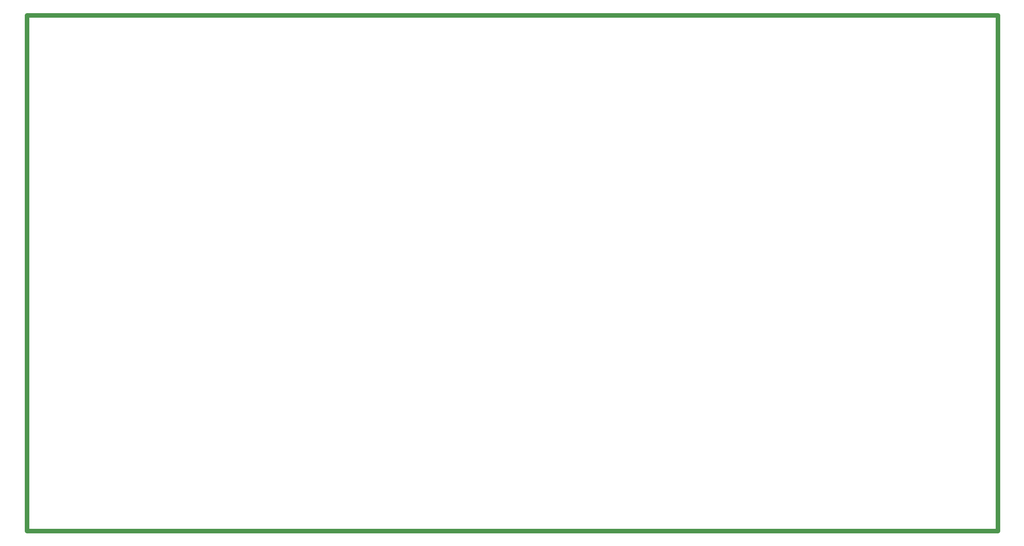
<source format=gko>
*%FSLAX24Y24*%
*%MOIN*%
G01*
%ADD11C,0.0000*%
%ADD12C,0.0050*%
%ADD13C,0.0060*%
%ADD14C,0.0070*%
%ADD15C,0.0073*%
%ADD16C,0.0079*%
%ADD17C,0.0080*%
%ADD18C,0.0098*%
%ADD19C,0.0100*%
%ADD20C,0.0120*%
%ADD21C,0.0160*%
%ADD22C,0.0200*%
%ADD23C,0.0200*%
%ADD24C,0.0240*%
%ADD25O,0.0240X0.0800*%
%ADD26O,0.0280X0.0840*%
%ADD27C,0.0300*%
%ADD28C,0.0300*%
%ADD29C,0.0320*%
%ADD30C,0.0340*%
%ADD31C,0.0360*%
%ADD32C,0.0380*%
%ADD33C,0.0394*%
%ADD34C,0.0400*%
%ADD35C,0.0400*%
%ADD36C,0.0430*%
%ADD37C,0.0434*%
%ADD38C,0.0440*%
%ADD39C,0.0500*%
%ADD40C,0.0500*%
%ADD41O,0.0500X0.1000*%
%ADD42C,0.0520*%
%ADD43C,0.0540*%
%ADD44O,0.0540X0.1040*%
%ADD45C,0.0560*%
%ADD46C,0.0580*%
%ADD47C,0.0600*%
%ADD48C,0.0620*%
%ADD49C,0.0630*%
%ADD50C,0.0640*%
%ADD51C,0.0650*%
%ADD52C,0.0660*%
%ADD53C,0.0670*%
%ADD54C,0.0760*%
%ADD55O,0.0800X0.0240*%
%ADD56C,0.0800*%
%ADD57C,0.0827*%
%ADD58O,0.0840X0.0280*%
%ADD59C,0.0840*%
%ADD60C,0.0850*%
%ADD61C,0.0870*%
%ADD62C,0.1000*%
%ADD63C,0.1040*%
%ADD64C,0.1516*%
%ADD65C,0.2500*%
%ADD66C,0.2500*%
%ADD67R,0.0100X0.0100*%
%ADD68R,0.0100X0.0320*%
%ADD69R,0.0140X0.0360*%
%ADD70R,0.0200X0.0200*%
%ADD71R,0.0300X0.0300*%
%ADD72R,0.0300X0.0300*%
%ADD73R,0.0320X0.0100*%
%ADD74R,0.0340X0.0340*%
%ADD75R,0.0350X0.0550*%
%ADD76R,0.0360X0.0140*%
%ADD77R,0.0360X0.0360*%
%ADD78R,0.0360X0.0500*%
%ADD79R,0.0394X0.0551*%
%ADD80R,0.0394X0.1102*%
%ADD81R,0.0400X0.0400*%
%ADD82R,0.0400X0.0500*%
%ADD83R,0.0400X0.0540*%
%ADD84R,0.0400X0.0750*%
%ADD85R,0.0434X0.0591*%
%ADD86R,0.0440X0.0540*%
%ADD87R,0.0500X0.0360*%
%ADD88R,0.0500X0.0400*%
%ADD89R,0.0500X0.0500*%
%ADD90R,0.0500X0.0500*%
%ADD91R,0.0500X0.0750*%
%ADD92R,0.0500X0.1000*%
%ADD93R,0.0532X0.0177*%
%ADD94R,0.0540X0.0400*%
%ADD95R,0.0540X0.0440*%
%ADD96R,0.0540X0.0540*%
%ADD97R,0.0540X0.0790*%
%ADD98R,0.0540X0.1040*%
%ADD99R,0.0550X0.0350*%
%ADD100R,0.0551X0.0394*%
%ADD101R,0.0560X0.0560*%
%ADD102R,0.0572X0.0217*%
%ADD103R,0.0591X0.0434*%
%ADD104R,0.0600X0.0600*%
%ADD105R,0.0620X0.0620*%
%ADD106R,0.0640X0.0640*%
%ADD107R,0.0650X0.0300*%
%ADD108R,0.0660X0.0660*%
%ADD109R,0.0700X0.0300*%
%ADD110R,0.0700X0.0340*%
%ADD111R,0.0700X0.0350*%
%ADD112R,0.0700X0.0700*%
%ADD113R,0.0700X0.0700*%
%ADD114R,0.0709X0.0394*%
%ADD115R,0.0740X0.0740*%
%ADD116R,0.0748X0.0465*%
%ADD117R,0.0748X0.0937*%
%ADD118R,0.0749X0.0434*%
%ADD119R,0.0750X0.0300*%
%ADD120R,0.0750X0.0400*%
%ADD121R,0.0750X0.0500*%
%ADD122R,0.0750X0.0550*%
%ADD123R,0.0750X0.0800*%
%ADD124R,0.0788X0.0505*%
%ADD125R,0.0788X0.0977*%
%ADD126R,0.0790X0.0540*%
%ADD127R,0.0790X0.0840*%
%ADD128R,0.0800X0.0350*%
%ADD129R,0.0800X0.0550*%
%ADD130R,0.0800X0.0750*%
%ADD131R,0.0800X0.0800*%
%ADD132R,0.0827X0.0394*%
%ADD133R,0.0827X0.0512*%
%ADD134R,0.0827X0.0591*%
%ADD135R,0.0840X0.0790*%
%ADD136R,0.0840X0.0840*%
%ADD137R,0.0850X0.0700*%
%ADD138R,0.0867X0.0434*%
%ADD139R,0.0867X0.0552*%
%ADD140R,0.0867X0.0631*%
%ADD141R,0.0890X0.0740*%
%ADD142R,0.0900X0.0900*%
%ADD143R,0.0960X0.0540*%
%ADD144R,0.1000X0.0600*%
%ADD145R,0.1000X0.1000*%
%ADD146R,0.1000X0.1000*%
%ADD147R,0.1040X0.0640*%
%ADD148R,0.1040X0.1040*%
%ADD149R,0.1100X0.1100*%
%ADD150R,0.1200X0.0500*%
%ADD151R,0.1200X0.1200*%
%ADD152R,0.1250X0.0600*%
%ADD153R,0.1290X0.0640*%
%ADD154R,0.1300X0.0650*%
%ADD155R,0.1300X0.0700*%
%ADD156R,0.1350X0.0600*%
%ADD157R,0.1350X0.0650*%
%ADD158R,0.1400X0.0650*%
%ADD159R,0.1400X0.0700*%
%ADD160R,0.1417X0.0551*%
%ADD161R,0.1500X0.0750*%
%ADD162R,0.1500X0.1500*%
%ADD163R,0.1540X0.0790*%
%ADD164R,0.1600X0.0150*%
%ADD165R,0.2500X0.2500*%
D28*
X25630Y65500D02*
X89630D01*
Y31500D02*
X25630D01*
Y65500D01*
X89630D02*
Y31500D01*
D02*
M02*

</source>
